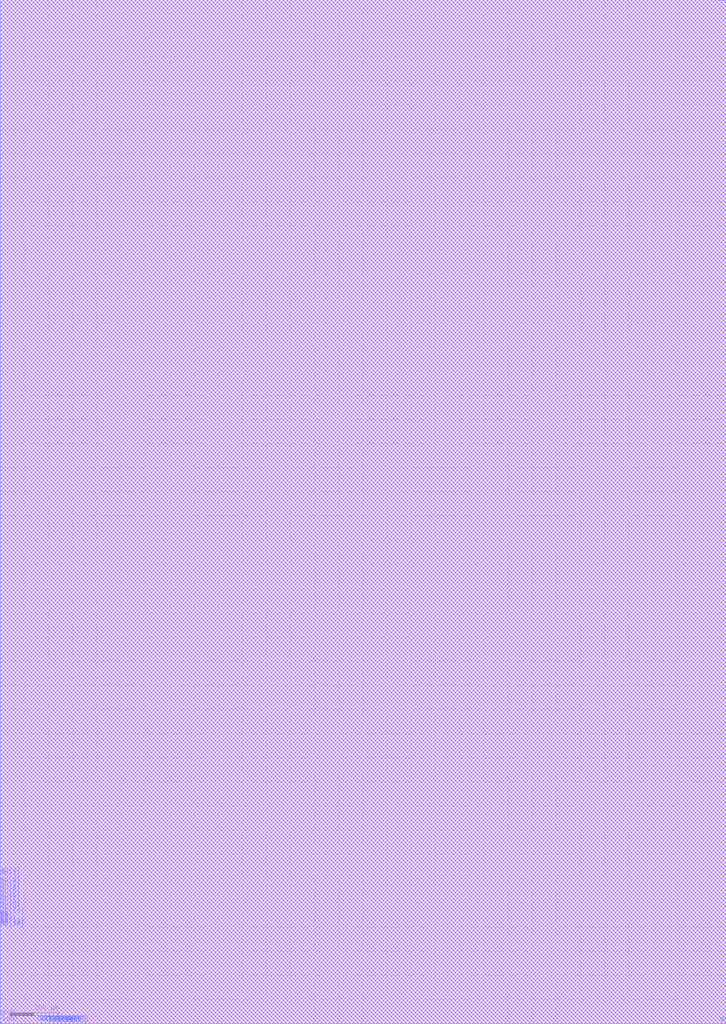
<source format=lef>
   ###             FPR to LEF file converter 
   ### (C) 1999 by Austria Mikro Systeme International AG 
   ###   creation date: Thu Nov  8 13:52:02 MET 2007
   ###               instance: sram32768x8 


      MACRO sram32768x8 
      CLASS BLOCK ; 
      FOREIGN sram32768x8 0 0 ; 
      ORIGIN 0 0 ; 
      SIZE 3002.600 BY 4234.200 ; 
      SYMMETRY x y r90 ; 
      SITE blockSite ; 
      PIN DO[5] 
         DIRECTION OUTPUT TRISTATE ; 
         PORT 
         LAYER MET2 ;
         RECT 0 54.800 0.600 55.600 ;
         LAYER MET2 ;
         RECT 3002.000 54.800 3002.600 55.600 ;
         LAYER MET3 ;
         RECT 239.300 0 240.100 0.600 ;
         END 
      END DO[5] 
      PIN AD[13] 
         DIRECTION INPUT ; 
         PORT 
         LAYER MET2 ;
         RECT 0 395.050 0.600 395.750 ;
         END 
      END AD[13] 
      PIN DO[7] 
         DIRECTION OUTPUT TRISTATE ; 
         PORT 
         LAYER MET2 ;
         RECT 0 49.900 0.600 50.700 ;
         LAYER MET2 ;
         RECT 3002.000 49.900 3002.600 50.700 ;
         LAYER MET3 ;
         RECT 273.700 0 274.500 0.600 ;
         END 
      END DO[7] 
      PIN WR 
         DIRECTION INPUT ; 
         PORT 
         LAYER MET2 ;
         RECT 0 432.850 0.600 433.550 ;
         END 
      END WR 
      PIN AD[1] 
         DIRECTION INPUT ; 
         PORT 
         LAYER MET2 ;
         RECT 0 600.400 0.600 601.100 ;
         END 
      END AD[1] 
      PIN AD[3] 
         DIRECTION INPUT ; 
         PORT 
         LAYER MET2 ;
         RECT 0 560.000 0.600 560.600 ;
         END 
      END AD[3] 
      PIN AD[5] 
         DIRECTION INPUT ; 
         PORT 
         LAYER MET2 ;
         RECT 0 527.800 0.600 528.400 ;
         END 
      END AD[5] 
      PIN AD[7] 
         DIRECTION INPUT ; 
         PORT 
         LAYER MET2 ;
         RECT 0 495.600 0.600 496.200 ;
         END 
      END AD[7] 
      PIN DI[0] 
         DIRECTION INPUT ; 
         PORT 
         LAYER MET3 ;
         RECT 162.900 0 163.500 0.600 ;
         END 
      END DI[0] 
      PIN AD[9] 
         DIRECTION INPUT ; 
         PORT 
         LAYER MET2 ;
         RECT 0 462.000 0.600 462.600 ;
         END 
      END AD[9] 
      PIN RD 
         DIRECTION INPUT ; 
         PORT 
         LAYER MET2 ;
         RECT 0 434.250 0.600 434.950 ;
         END 
      END RD 
      PIN DI[2] 
         DIRECTION INPUT ; 
         PORT 
         LAYER MET3 ;
         RECT 197.300 0 197.900 0.600 ;
         END 
      END DI[2] 
      PIN DI[4] 
         DIRECTION INPUT ; 
         PORT 
         LAYER MET3 ;
         RECT 231.700 0 232.300 0.600 ;
         END 
      END DI[4] 
      PIN DO[0] 
         DIRECTION OUTPUT TRISTATE ; 
         PORT 
         LAYER MET2 ;
         RECT 0 67.050 0.600 67.850 ;
         LAYER MET2 ;
         RECT 3002.000 67.050 3002.600 67.850 ;
         LAYER MET3 ;
         RECT 153.300 0 154.100 0.600 ;
         END 
      END DO[0] 
      PIN DI[6] 
         DIRECTION INPUT ; 
         PORT 
         LAYER MET3 ;
         RECT 266.100 0 266.700 0.600 ;
         END 
      END DI[6] 
      PIN DO[2] 
         DIRECTION OUTPUT TRISTATE ; 
         PORT 
         LAYER MET2 ;
         RECT 0 62.150 0.600 62.950 ;
         LAYER MET2 ;
         RECT 3002.000 62.150 3002.600 62.950 ;
         LAYER MET3 ;
         RECT 187.700 0 188.500 0.600 ;
         END 
      END DO[2] 
      PIN AD[10] 
         DIRECTION INPUT ; 
         PORT 
         LAYER MET2 ;
         RECT 0 445.200 0.600 445.800 ;
         END 
      END AD[10] 
      PIN DO[4] 
         DIRECTION OUTPUT TRISTATE ; 
         PORT 
         LAYER MET2 ;
         RECT 0 57.250 0.600 58.050 ;
         LAYER MET2 ;
         RECT 3002.000 57.250 3002.600 58.050 ;
         LAYER MET3 ;
         RECT 222.100 0 222.900 0.600 ;
         END 
      END DO[4] 
      PIN AD[12] 
         DIRECTION INPUT ; 
         PORT 
         LAYER MET2 ;
         RECT 0 402.050 0.600 402.750 ;
         END 
      END AD[12] 
      PIN DO[6] 
         DIRECTION OUTPUT TRISTATE ; 
         PORT 
         LAYER MET2 ;
         RECT 0 52.350 0.600 53.150 ;
         LAYER MET2 ;
         RECT 3002.000 52.350 3002.600 53.150 ;
         LAYER MET3 ;
         RECT 256.500 0 257.300 0.600 ;
         END 
      END DO[6] 
      PIN AD[14] 
         DIRECTION INPUT ; 
         PORT 
         LAYER MET2 ;
         RECT 0 393.250 0.600 393.950 ;
         END 
      END AD[14] 
      PIN NRST 
         DIRECTION INPUT ; 
         PORT 
         LAYER MET2 ;
         RECT 0 413.250 0.600 413.950 ;
         END 
      END NRST 
      PIN AD[0] 
         DIRECTION INPUT ; 
         PORT 
         LAYER MET2 ;
         RECT 0 614.400 0.600 615.100 ;
         END 
      END AD[0] 
      PIN AD[2] 
         DIRECTION INPUT ; 
         PORT 
         LAYER MET2 ;
         RECT 0 575.400 0.600 576.000 ;
         END 
      END AD[2] 
      PIN AD[4] 
         DIRECTION INPUT ; 
         PORT 
         LAYER MET2 ;
         RECT 0 543.200 0.600 543.800 ;
         END 
      END AD[4] 
      PIN EN 
         DIRECTION INPUT ; 
         PORT 
         LAYER MET2 ;
         RECT 0 430.050 0.600 430.750 ;
         END 
      END EN 
      PIN AD[6] 
         DIRECTION INPUT ; 
         PORT 
         LAYER MET2 ;
         RECT 0 509.600 0.600 510.200 ;
         END 
      END AD[6] 
      PIN AD[8] 
         DIRECTION INPUT ; 
         PORT 
         LAYER MET2 ;
         RECT 0 478.800 0.600 479.400 ;
         END 
      END AD[8] 
      PIN DI[1] 
         DIRECTION INPUT ; 
         PORT 
         LAYER MET3 ;
         RECT 180.100 0 180.700 0.600 ;
         END 
      END DI[1] 
      PIN CS 
         DIRECTION INPUT ; 
         PORT 
         LAYER MET2 ;
         RECT 0 416.050 0.600 416.750 ;
         END 
      END CS 
      PIN DI[3] 
         DIRECTION INPUT ; 
         PORT 
         LAYER MET3 ;
         RECT 214.500 0 215.100 0.600 ;
         END 
      END DI[3] 
      PIN DI[5] 
         DIRECTION INPUT ; 
         PORT 
         LAYER MET3 ;
         RECT 248.900 0 249.500 0.600 ;
         END 
      END DI[5] 
      PIN DI[7] 
         DIRECTION INPUT ; 
         PORT 
         LAYER MET3 ;
         RECT 283.300 0 283.900 0.600 ;
         END 
      END DI[7] 
      PIN DO[1] 
         DIRECTION OUTPUT TRISTATE ; 
         PORT 
         LAYER MET2 ;
         RECT 0 64.600 0.600 65.400 ;
         LAYER MET2 ;
         RECT 3002.000 64.600 3002.600 65.400 ;
         LAYER MET3 ;
         RECT 170.500 0 171.300 0.600 ;
         END 
      END DO[1] 
      PIN DO[3] 
         DIRECTION OUTPUT TRISTATE ; 
         PORT 
         LAYER MET2 ;
         RECT 0 59.700 0.600 60.500 ;
         LAYER MET2 ;
         RECT 3002.000 59.700 3002.600 60.500 ;
         LAYER MET3 ;
         RECT 204.900 0 205.700 0.600 ;
         END 
      END DO[3] 
      PIN AD[11] 
         DIRECTION INPUT ; 
         PORT 
         LAYER MET2 ;
         RECT 0 404.850 0.600 405.550 ;
         END 
      END AD[11] 
      PIN gnd! 
      DIRECTION INOUT ;
      USE ground ;
         PORT 
         LAYER MET1 ;
         RECT 0 19.200 0.500 36.000 ;
         LAYER MET2 ;
         RECT 0 19.200 0.600 36.000 ;
         END 
         PORT 
         LAYER MET3 ;
         RECT 2983.40 0.00 2966.60 0.50 ;
         LAYER MET2 ;
         RECT 3002.60 36.00 3002.10 19.20 ;
         END 
         PORT 
         LAYER MET3 ;
         RECT 2983.40 4234.20 2966.60 4233.70 ;
         END 
      END gnd! 
      PIN vdd! 
      DIRECTION INOUT ;
      USE power ;
         PORT 
         LAYER MET1 ;
         RECT 0 0.800 0.500 17.600 ;
         LAYER MET2 ;
         RECT 0 0.800 0.600 17.600 ;
         LAYER MET1 ;
         RECT 0.80 0.00 17.60 0.50 ;
         LAYER MET2 ;
         RECT 0.80 0.00 17.60 0.50 ;
         END 
         PORT 
         LAYER MET2 ;
         RECT 3002.60 0.80 3002.10 17.60 ;
         LAYER MET3 ;
         RECT 3001.80 0.00 2985.00 0.50 ;
         END 
         PORT 
         LAYER MET1 ;
         RECT 3002.100 4227.800 3002.600 4233.400 ;
         LAYER MET3 ;
         RECT 3002.000 4227.800 3002.600 4233.400 ;
         LAYER MET3 ;
         RECT 3001.80 4234.20 2985.00 4233.70 ;
         END 
      END vdd! 
      OBS 
         LAYER MET1 ; 
         RECT 0 0 3002.600 4234.200 ; 
         LAYER MET2 ; 
         RECT 0 0 3002.600 4234.200 ; 
         LAYER MET3 ; 
         RECT 0 0 3002.600 4234.200 ; 
      END 

   END sram32768x8

   END LIBRARY

</source>
